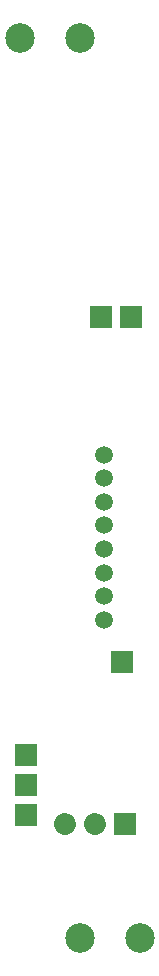
<source format=gts>
G04 Layer: TopSolderMaskLayer*
G04 EasyEDA v6.5.5, 2022-05-12 14:51:26*
G04 adf74ae4be104b6fa4aa75e98640d5de,defc1f93b7bc4f92b0c06f3051cee8fa,10*
G04 Gerber Generator version 0.2*
G04 Scale: 100 percent, Rotated: No, Reflected: No *
G04 Dimensions in millimeters *
G04 leading zeros omitted , absolute positions ,4 integer and 5 decimal *
%FSLAX45Y45*%
%MOMM*%

%ADD27C,1.9016*%
%ADD29C,2.5016*%
%ADD30C,1.5016*%

%LPD*%
D27*
X-127000Y-2844800D02*
G01*
X-127000Y-2844800D01*
X127000Y-2844800D02*
G01*
X127000Y-2844800D01*
G36*
X-547199Y-2609679D02*
G01*
X-548723Y-2609425D01*
X-550247Y-2608663D01*
X-551263Y-2607647D01*
X-552025Y-2606123D01*
X-552279Y-2604599D01*
X-552195Y-2604515D01*
X-552195Y-2424684D01*
X-552279Y-2424600D01*
X-552025Y-2423076D01*
X-551263Y-2421552D01*
X-550247Y-2420536D01*
X-548723Y-2419774D01*
X-547199Y-2419520D01*
X-547115Y-2419604D01*
X-367284Y-2419604D01*
X-367200Y-2419520D01*
X-365676Y-2419774D01*
X-364152Y-2420536D01*
X-363136Y-2421552D01*
X-362374Y-2423076D01*
X-362120Y-2424600D01*
X-362204Y-2424684D01*
X-362204Y-2604515D01*
X-362120Y-2604599D01*
X-362374Y-2606123D01*
X-363136Y-2607647D01*
X-364152Y-2608663D01*
X-365676Y-2609425D01*
X-367200Y-2609679D01*
X-367284Y-2609595D01*
X-547115Y-2609595D01*
G37*
G36*
X265600Y-1568279D02*
G01*
X264076Y-1568025D01*
X262552Y-1567263D01*
X261536Y-1566247D01*
X260774Y-1564723D01*
X260520Y-1563199D01*
X260604Y-1563115D01*
X260604Y-1383284D01*
X260520Y-1383200D01*
X260774Y-1381676D01*
X261536Y-1380152D01*
X262552Y-1379136D01*
X264076Y-1378374D01*
X265600Y-1378120D01*
X265684Y-1378204D01*
X445515Y-1378204D01*
X445599Y-1378120D01*
X447123Y-1378374D01*
X448647Y-1379136D01*
X449663Y-1380152D01*
X450425Y-1381676D01*
X450679Y-1383200D01*
X450595Y-1383284D01*
X450595Y-1563115D01*
X450679Y-1563199D01*
X450425Y-1564723D01*
X449663Y-1566247D01*
X448647Y-1567263D01*
X447123Y-1568025D01*
X445599Y-1568279D01*
X445515Y-1568195D01*
X265684Y-1568195D01*
G37*
G36*
X-547199Y-2863679D02*
G01*
X-548723Y-2863425D01*
X-550247Y-2862663D01*
X-551263Y-2861647D01*
X-552025Y-2860123D01*
X-552279Y-2858599D01*
X-552195Y-2858515D01*
X-552195Y-2678684D01*
X-552279Y-2678600D01*
X-552025Y-2677076D01*
X-551263Y-2675552D01*
X-550247Y-2674536D01*
X-548723Y-2673774D01*
X-547199Y-2673520D01*
X-547115Y-2673604D01*
X-367284Y-2673604D01*
X-367200Y-2673520D01*
X-365676Y-2673774D01*
X-364152Y-2674536D01*
X-363136Y-2675552D01*
X-362374Y-2677076D01*
X-362120Y-2678600D01*
X-362204Y-2678684D01*
X-362204Y-2858515D01*
X-362120Y-2858599D01*
X-362374Y-2860123D01*
X-363136Y-2861647D01*
X-364152Y-2862663D01*
X-365676Y-2863425D01*
X-367200Y-2863679D01*
X-367284Y-2863595D01*
X-547115Y-2863595D01*
G37*
G36*
X-547199Y-2355679D02*
G01*
X-548723Y-2355425D01*
X-550247Y-2354663D01*
X-551263Y-2353647D01*
X-552025Y-2352123D01*
X-552279Y-2350599D01*
X-552195Y-2350515D01*
X-552195Y-2170684D01*
X-552279Y-2170600D01*
X-552025Y-2169076D01*
X-551263Y-2167552D01*
X-550247Y-2166536D01*
X-548723Y-2165774D01*
X-547199Y-2165520D01*
X-547115Y-2165604D01*
X-367284Y-2165604D01*
X-367200Y-2165520D01*
X-365676Y-2165774D01*
X-364152Y-2166536D01*
X-363136Y-2167552D01*
X-362374Y-2169076D01*
X-362120Y-2170600D01*
X-362204Y-2170684D01*
X-362204Y-2350515D01*
X-362120Y-2350599D01*
X-362374Y-2352123D01*
X-363136Y-2353647D01*
X-364152Y-2354663D01*
X-365676Y-2355425D01*
X-367200Y-2355679D01*
X-367284Y-2355595D01*
X-547115Y-2355595D01*
G37*
G36*
X87800Y1352720D02*
G01*
X86276Y1352974D01*
X84752Y1353736D01*
X83736Y1354752D01*
X82974Y1356276D01*
X82720Y1357800D01*
X82804Y1357884D01*
X82804Y1537715D01*
X82720Y1537799D01*
X82974Y1539323D01*
X83736Y1540847D01*
X84752Y1541863D01*
X86276Y1542625D01*
X87800Y1542879D01*
X87884Y1542795D01*
X267715Y1542795D01*
X267799Y1542879D01*
X269323Y1542625D01*
X270847Y1541863D01*
X271863Y1540847D01*
X272625Y1539323D01*
X272879Y1537799D01*
X272795Y1537715D01*
X272795Y1357884D01*
X272879Y1357800D01*
X272625Y1356276D01*
X271863Y1354752D01*
X270847Y1353736D01*
X269323Y1352974D01*
X267799Y1352720D01*
X267715Y1352804D01*
X87884Y1352804D01*
G37*
G36*
X341800Y1352720D02*
G01*
X340276Y1352974D01*
X338752Y1353736D01*
X337736Y1354752D01*
X336974Y1356276D01*
X336720Y1357800D01*
X336804Y1357884D01*
X336804Y1537715D01*
X336720Y1537799D01*
X336974Y1539323D01*
X337736Y1540847D01*
X338752Y1541863D01*
X340276Y1542625D01*
X341800Y1542879D01*
X341884Y1542795D01*
X521715Y1542795D01*
X521799Y1542879D01*
X523323Y1542625D01*
X524847Y1541863D01*
X525863Y1540847D01*
X526625Y1539323D01*
X526879Y1537799D01*
X526795Y1537715D01*
X526795Y1357884D01*
X526879Y1357800D01*
X526625Y1356276D01*
X525863Y1354752D01*
X524847Y1353736D01*
X523323Y1352974D01*
X521799Y1352720D01*
X521715Y1352804D01*
X341884Y1352804D01*
G37*
D29*
G01*
X0Y3810000D03*
G01*
X-508000Y3810000D03*
G01*
X0Y-3810000D03*
G01*
X508000Y-3810000D03*
G36*
X291000Y-2939879D02*
G01*
X289476Y-2939625D01*
X287952Y-2938863D01*
X286936Y-2937847D01*
X286174Y-2936323D01*
X285920Y-2934799D01*
X286004Y-2934715D01*
X286004Y-2754884D01*
X285920Y-2754800D01*
X286174Y-2753276D01*
X286936Y-2751752D01*
X287952Y-2750736D01*
X289476Y-2749974D01*
X291000Y-2749720D01*
X291084Y-2749804D01*
X470915Y-2749804D01*
X470999Y-2749720D01*
X472523Y-2749974D01*
X474047Y-2750736D01*
X475063Y-2751752D01*
X475825Y-2753276D01*
X476079Y-2754800D01*
X475995Y-2754884D01*
X475995Y-2934715D01*
X476079Y-2934799D01*
X475825Y-2936323D01*
X475063Y-2937847D01*
X474047Y-2938863D01*
X472523Y-2939625D01*
X470999Y-2939879D01*
X470915Y-2939795D01*
X291084Y-2939795D01*
G37*
D30*
G01*
X203200Y-1117600D03*
G01*
X203200Y-917600D03*
G01*
X203200Y-717600D03*
G01*
X203200Y-517601D03*
G01*
X203200Y-317601D03*
G01*
X203200Y-117602D03*
G01*
X203200Y82397D03*
G01*
X203200Y282397D03*
M02*

</source>
